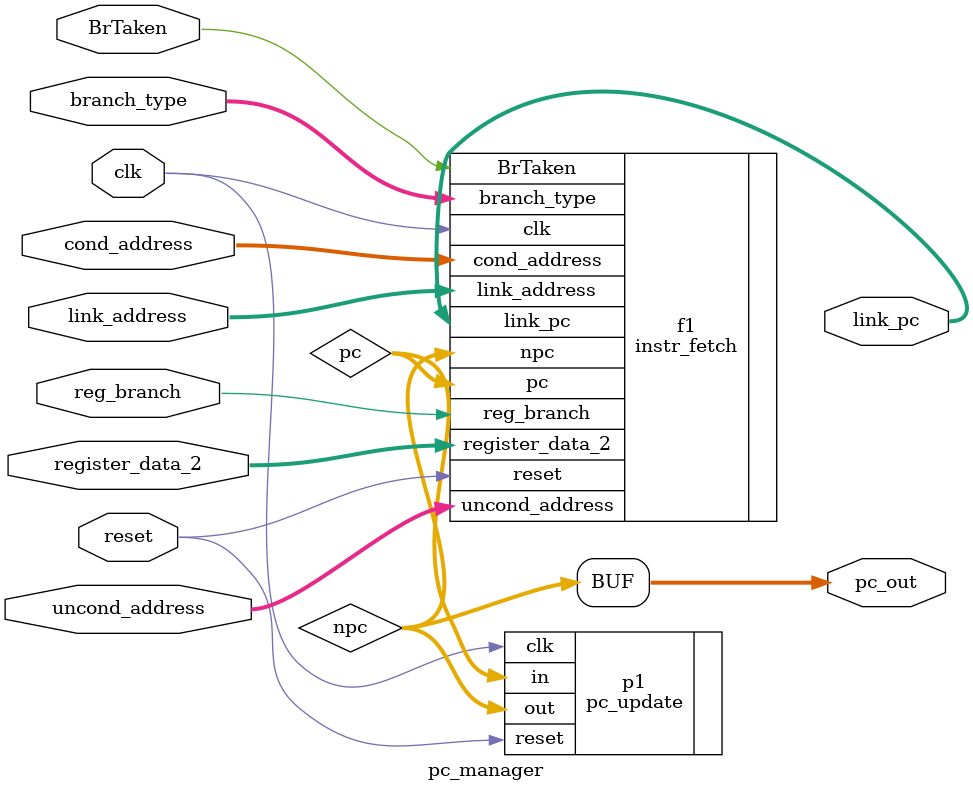
<source format=v>


module pc_manager(
                  input clk,
                  input reset,
                  input [7:0] cond_address,
                  input [10:0] uncond_address,  
                  input [5:0] link_address,
                  input [15:0] register_data_2,
                  input [1:0] branch_type,  
                  input BrTaken,
                  input reg_branch,
                  output [15:0] link_pc,
                  output [15:0] pc_out
                  );


   wire [15:0] pc, npc;
   assign pc_out = npc;

   pc_update p1(
                .in(pc),  //pc
                .clk(clk),
                .reset(reset),
                .out(npc)  //npc
                 );
                 
   instr_fetch f1(
                  .clk(clk),
                  .reset(reset),
                  .npc(npc),
                  .cond_address(cond_address),
                  .uncond_address(uncond_address),
                  .link_address(link_address),
                  .register_data_2(register_data_2),
                  .branch_type(branch_type), 
                  .BrTaken(BrTaken),
                  .reg_branch(reg_branch),
                  .link_pc(link_pc),
                  .pc(pc)
                  );              
                 
                 
endmodule

</source>
